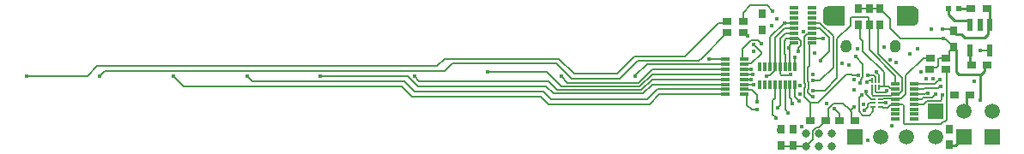
<source format=gbl>
G04*
G04 #@! TF.GenerationSoftware,Altium Limited,Altium Designer,20.2.4 (192)*
G04*
G04 Layer_Physical_Order=4*
G04 Layer_Color=16711680*
%FSLAX25Y25*%
%MOIN*%
G70*
G04*
G04 #@! TF.SameCoordinates,E28A416E-137A-4DA4-96E8-27F400694B22*
G04*
G04*
G04 #@! TF.FilePolarity,Positive*
G04*
G01*
G75*
%ADD12C,0.01000*%
%ADD13C,0.00600*%
%ADD16C,0.00800*%
%ADD19R,0.03150X0.03300*%
%ADD37R,0.03300X0.03150*%
%ADD64C,0.03150*%
%ADD69C,0.00700*%
%ADD70O,0.03740X0.07480*%
%ADD71C,0.04134*%
%ADD72C,0.05906*%
%ADD73R,0.05906X0.05906*%
%ADD74R,0.05906X0.05906*%
%ADD75C,0.01575*%
G04:AMPARAMS|DCode=76|XSize=35.04mil|YSize=11.42mil|CornerRadius=2.85mil|HoleSize=0mil|Usage=FLASHONLY|Rotation=90.000|XOffset=0mil|YOffset=0mil|HoleType=Round|Shape=RoundedRectangle|*
%AMROUNDEDRECTD76*
21,1,0.03504,0.00571,0,0,90.0*
21,1,0.02933,0.01142,0,0,90.0*
1,1,0.00571,0.00285,0.01467*
1,1,0.00571,0.00285,-0.01467*
1,1,0.00571,-0.00285,-0.01467*
1,1,0.00571,-0.00285,0.01467*
%
%ADD76ROUNDEDRECTD76*%
G04:AMPARAMS|DCode=77|XSize=35.04mil|YSize=11.42mil|CornerRadius=2.85mil|HoleSize=0mil|Usage=FLASHONLY|Rotation=180.000|XOffset=0mil|YOffset=0mil|HoleType=Round|Shape=RoundedRectangle|*
%AMROUNDEDRECTD77*
21,1,0.03504,0.00571,0,0,180.0*
21,1,0.02933,0.01142,0,0,180.0*
1,1,0.00571,-0.01467,0.00285*
1,1,0.00571,0.01467,0.00285*
1,1,0.00571,0.01467,-0.00285*
1,1,0.00571,-0.01467,-0.00285*
%
%ADD77ROUNDEDRECTD77*%
G04:AMPARAMS|DCode=78|XSize=20.47mil|YSize=7.48mil|CornerRadius=0.67mil|HoleSize=0mil|Usage=FLASHONLY|Rotation=0.000|XOffset=0mil|YOffset=0mil|HoleType=Round|Shape=RoundedRectangle|*
%AMROUNDEDRECTD78*
21,1,0.02047,0.00613,0,0,0.0*
21,1,0.01913,0.00748,0,0,0.0*
1,1,0.00135,0.00956,-0.00307*
1,1,0.00135,-0.00956,-0.00307*
1,1,0.00135,-0.00956,0.00307*
1,1,0.00135,0.00956,0.00307*
%
%ADD78ROUNDEDRECTD78*%
G04:AMPARAMS|DCode=79|XSize=22.44mil|YSize=7.48mil|CornerRadius=0.67mil|HoleSize=0mil|Usage=FLASHONLY|Rotation=0.000|XOffset=0mil|YOffset=0mil|HoleType=Round|Shape=RoundedRectangle|*
%AMROUNDEDRECTD79*
21,1,0.02244,0.00613,0,0,0.0*
21,1,0.02109,0.00748,0,0,0.0*
1,1,0.00135,0.01055,-0.00307*
1,1,0.00135,-0.01055,-0.00307*
1,1,0.00135,-0.01055,0.00307*
1,1,0.00135,0.01055,0.00307*
%
%ADD79ROUNDEDRECTD79*%
G04:AMPARAMS|DCode=80|XSize=47.64mil|YSize=22.84mil|CornerRadius=2.85mil|HoleSize=0mil|Usage=FLASHONLY|Rotation=270.000|XOffset=0mil|YOffset=0mil|HoleType=Round|Shape=RoundedRectangle|*
%AMROUNDEDRECTD80*
21,1,0.04764,0.01713,0,0,270.0*
21,1,0.04193,0.02284,0,0,270.0*
1,1,0.00571,-0.00856,-0.02097*
1,1,0.00571,-0.00856,0.02097*
1,1,0.00571,0.00856,0.02097*
1,1,0.00571,0.00856,-0.02097*
%
%ADD80ROUNDEDRECTD80*%
%ADD81R,0.02362X0.01968*%
G04:AMPARAMS|DCode=82|XSize=20.47mil|YSize=7.48mil|CornerRadius=0.67mil|HoleSize=0mil|Usage=FLASHONLY|Rotation=270.000|XOffset=0mil|YOffset=0mil|HoleType=Round|Shape=RoundedRectangle|*
%AMROUNDEDRECTD82*
21,1,0.02047,0.00613,0,0,270.0*
21,1,0.01913,0.00748,0,0,270.0*
1,1,0.00135,-0.00307,-0.00956*
1,1,0.00135,-0.00307,0.00956*
1,1,0.00135,0.00307,0.00956*
1,1,0.00135,0.00307,-0.00956*
%
%ADD82ROUNDEDRECTD82*%
G04:AMPARAMS|DCode=83|XSize=22.44mil|YSize=7.48mil|CornerRadius=0.67mil|HoleSize=0mil|Usage=FLASHONLY|Rotation=270.000|XOffset=0mil|YOffset=0mil|HoleType=Round|Shape=RoundedRectangle|*
%AMROUNDEDRECTD83*
21,1,0.02244,0.00613,0,0,270.0*
21,1,0.02109,0.00748,0,0,270.0*
1,1,0.00135,-0.00307,-0.01055*
1,1,0.00135,-0.00307,0.01055*
1,1,0.00135,0.00307,0.01055*
1,1,0.00135,0.00307,-0.01055*
%
%ADD83ROUNDEDRECTD83*%
G36*
X331265Y43695D02*
X331372Y43684D01*
X331479Y43667D01*
X331585Y43644D01*
X331690Y43616D01*
X331793Y43583D01*
X331894Y43544D01*
X331993Y43500D01*
X332089Y43451D01*
X332183Y43397D01*
X332274Y43338D01*
X332361Y43274D01*
X332445Y43206D01*
X332526Y43134D01*
X332602Y43057D01*
X332675Y42977D01*
X332743Y42893D01*
X332806Y42805D01*
X332865Y42714D01*
X332920Y42621D01*
X332969Y42524D01*
X333013Y42425D01*
X333051Y42324D01*
X333085Y42221D01*
X333113Y42116D01*
X333135Y42011D01*
X333152Y41904D01*
X333164Y41796D01*
X333169Y41688D01*
Y41634D01*
Y40846D01*
Y40792D01*
X333164Y40684D01*
X333152Y40577D01*
X333135Y40470D01*
X333113Y40364D01*
X333085Y40259D01*
X333051Y40156D01*
X333013Y40055D01*
X332969Y39956D01*
X332920Y39860D01*
X332865Y39766D01*
X332806Y39675D01*
X332743Y39588D01*
X332675Y39504D01*
X332602Y39423D01*
X332526Y39347D01*
X332445Y39274D01*
X332361Y39206D01*
X332274Y39143D01*
X332183Y39083D01*
X332089Y39029D01*
X331993Y38980D01*
X331894Y38936D01*
X331793Y38897D01*
X331690Y38864D01*
X331585Y38836D01*
X331479Y38813D01*
X331372Y38796D01*
X331265Y38785D01*
X331156Y38780D01*
X331048D01*
X330940Y38785D01*
X330833Y38796D01*
X330726Y38813D01*
X330620Y38836D01*
X330515Y38864D01*
X330412Y38897D01*
X330311Y38936D01*
X330212Y38980D01*
X330116Y39029D01*
X330022Y39083D01*
X329931Y39142D01*
X329844Y39206D01*
X329760Y39274D01*
X329679Y39347D01*
X329603Y39423D01*
X329530Y39504D01*
X329462Y39588D01*
X329398Y39675D01*
X329339Y39766D01*
X329285Y39860D01*
X329236Y39956D01*
X329192Y40055D01*
X329153Y40156D01*
X329120Y40259D01*
X329092Y40364D01*
X329069Y40470D01*
X329052Y40577D01*
X329041Y40684D01*
X329035Y40792D01*
Y40846D01*
Y41634D01*
Y41688D01*
X329041Y41796D01*
X329052Y41904D01*
X329069Y42011D01*
X329092Y42116D01*
X329120Y42221D01*
X329153Y42324D01*
X329192Y42425D01*
X329236Y42524D01*
X329285Y42620D01*
X329339Y42714D01*
X329398Y42805D01*
X329462Y42893D01*
X329530Y42977D01*
X329603Y43057D01*
X329679Y43134D01*
X329760Y43206D01*
X329844Y43274D01*
X329931Y43338D01*
X330022Y43397D01*
X330116Y43451D01*
X330212Y43500D01*
X330311Y43544D01*
X330412Y43583D01*
X330515Y43616D01*
X330620Y43644D01*
X330726Y43667D01*
X330833Y43684D01*
X330940Y43695D01*
X331048Y43701D01*
X331156D01*
X331265Y43695D01*
D02*
G37*
G36*
X330413Y53051D02*
Y49311D01*
X324063D01*
X323960Y49316D01*
X323857Y49327D01*
X323755Y49343D01*
X323655Y49365D01*
X323555Y49391D01*
X323457Y49423D01*
X323361Y49460D01*
X323266Y49502D01*
X323175Y49549D01*
X323085Y49600D01*
X322999Y49657D01*
X322915Y49717D01*
X322835Y49782D01*
X322759Y49851D01*
X322686Y49924D01*
X322617Y50001D01*
X322552Y50081D01*
X322491Y50164D01*
X322435Y50251D01*
X322384Y50340D01*
X322337Y50432D01*
X322295Y50526D01*
X322258Y50622D01*
X322226Y50720D01*
X322199Y50820D01*
X322178Y50921D01*
X322162Y51022D01*
X322151Y51125D01*
X322146Y51228D01*
Y51279D01*
Y53051D01*
Y54823D01*
Y54874D01*
X322151Y54977D01*
X322162Y55080D01*
X322178Y55182D01*
X322199Y55282D01*
X322226Y55382D01*
X322258Y55480D01*
X322295Y55576D01*
X322337Y55671D01*
X322384Y55762D01*
X322435Y55852D01*
X322491Y55938D01*
X322552Y56022D01*
X322617Y56102D01*
X322686Y56178D01*
X322759Y56251D01*
X322835Y56320D01*
X322915Y56385D01*
X322999Y56446D01*
X323085Y56502D01*
X323175Y56553D01*
X323266Y56600D01*
X323361Y56642D01*
X323457Y56679D01*
X323555Y56711D01*
X323655Y56738D01*
X323755Y56759D01*
X323857Y56775D01*
X323960Y56786D01*
X324063Y56791D01*
X330413D01*
Y53051D01*
D02*
G37*
G36*
X350359Y43695D02*
X350467Y43684D01*
X350574Y43667D01*
X350679Y43644D01*
X350784Y43616D01*
X350887Y43583D01*
X350988Y43544D01*
X351087Y43500D01*
X351183Y43451D01*
X351277Y43397D01*
X351368Y43338D01*
X351455Y43274D01*
X351540Y43206D01*
X351620Y43134D01*
X351697Y43057D01*
X351769Y42977D01*
X351837Y42893D01*
X351901Y42805D01*
X351960Y42714D01*
X352014Y42621D01*
X352063Y42524D01*
X352107Y42425D01*
X352146Y42324D01*
X352179Y42221D01*
X352207Y42116D01*
X352230Y42011D01*
X352247Y41904D01*
X352258Y41796D01*
X352264Y41688D01*
Y41634D01*
Y40846D01*
Y40792D01*
X352258Y40684D01*
X352247Y40577D01*
X352230Y40470D01*
X352207Y40364D01*
X352179Y40259D01*
X352146Y40156D01*
X352107Y40055D01*
X352063Y39956D01*
X352014Y39860D01*
X351960Y39766D01*
X351901Y39675D01*
X351837Y39588D01*
X351769Y39504D01*
X351697Y39423D01*
X351620Y39347D01*
X351540Y39274D01*
X351455Y39206D01*
X351368Y39143D01*
X351277Y39083D01*
X351184Y39029D01*
X351087Y38980D01*
X350988Y38936D01*
X350887Y38897D01*
X350784Y38864D01*
X350679Y38836D01*
X350574Y38813D01*
X350467Y38796D01*
X350359Y38785D01*
X350251Y38780D01*
X350143D01*
X350035Y38785D01*
X349927Y38796D01*
X349820Y38813D01*
X349714Y38836D01*
X349610Y38864D01*
X349507Y38897D01*
X349406Y38936D01*
X349307Y38980D01*
X349210Y39029D01*
X349116Y39083D01*
X349026Y39142D01*
X348938Y39206D01*
X348854Y39274D01*
X348774Y39347D01*
X348697Y39423D01*
X348625Y39504D01*
X348556Y39588D01*
X348493Y39675D01*
X348434Y39766D01*
X348380Y39860D01*
X348331Y39956D01*
X348287Y40055D01*
X348248Y40156D01*
X348214Y40259D01*
X348186Y40364D01*
X348164Y40470D01*
X348147Y40577D01*
X348136Y40684D01*
X348130Y40792D01*
Y40846D01*
Y41634D01*
Y41688D01*
X348136Y41796D01*
X348147Y41904D01*
X348164Y42011D01*
X348186Y42116D01*
X348214Y42221D01*
X348248Y42324D01*
X348287Y42425D01*
X348331Y42524D01*
X348380Y42620D01*
X348434Y42714D01*
X348493Y42805D01*
X348556Y42893D01*
X348625Y42977D01*
X348697Y43057D01*
X348774Y43134D01*
X348854Y43206D01*
X348938Y43274D01*
X349026Y43338D01*
X349116Y43397D01*
X349210Y43451D01*
X349307Y43500D01*
X349406Y43544D01*
X349507Y43583D01*
X349610Y43616D01*
X349714Y43644D01*
X349820Y43667D01*
X349927Y43684D01*
X350035Y43695D01*
X350143Y43701D01*
X350251D01*
X350359Y43695D01*
D02*
G37*
G36*
X357340Y56786D02*
X357442Y56775D01*
X357544Y56759D01*
X357645Y56738D01*
X357744Y56711D01*
X357842Y56679D01*
X357939Y56642D01*
X358033Y56600D01*
X358125Y56553D01*
X358214Y56502D01*
X358300Y56446D01*
X358384Y56385D01*
X358464Y56320D01*
X358541Y56251D01*
X358613Y56178D01*
X358682Y56102D01*
X358747Y56022D01*
X358808Y55938D01*
X358864Y55852D01*
X358916Y55762D01*
X358962Y55671D01*
X359004Y55576D01*
X359041Y55480D01*
X359073Y55382D01*
X359100Y55282D01*
X359121Y55182D01*
X359137Y55080D01*
X359148Y54977D01*
X359154Y54874D01*
Y54823D01*
Y53051D01*
Y51279D01*
Y51228D01*
X359148Y51125D01*
X359137Y51022D01*
X359121Y50921D01*
X359100Y50820D01*
X359073Y50720D01*
X359041Y50622D01*
X359004Y50526D01*
X358962Y50432D01*
X358916Y50340D01*
X358864Y50251D01*
X358808Y50164D01*
X358747Y50081D01*
X358682Y50001D01*
X358613Y49924D01*
X358541Y49851D01*
X358464Y49782D01*
X358384Y49717D01*
X358300Y49657D01*
X358214Y49600D01*
X358125Y49549D01*
X358033Y49502D01*
X357939Y49460D01*
X357842Y49423D01*
X357744Y49391D01*
X357645Y49365D01*
X357544Y49343D01*
X357442Y49327D01*
X357340Y49316D01*
X357237Y49311D01*
X350886D01*
Y53051D01*
Y56791D01*
X357237D01*
X357340Y56786D01*
D02*
G37*
%LPC*%
G36*
X331136Y42913D02*
X331069D01*
X331002Y42910D01*
X330935Y42903D01*
X330869Y42892D01*
X330804Y42878D01*
X330739Y42861D01*
X330675Y42840D01*
X330613Y42816D01*
X330551Y42789D01*
X330492Y42759D01*
X330434Y42725D01*
X330377Y42689D01*
X330323Y42649D01*
X330271Y42607D01*
X330221Y42562D01*
X330174Y42515D01*
X330129Y42465D01*
X330087Y42413D01*
X330047Y42359D01*
X330011Y42303D01*
X329977Y42245D01*
X329947Y42185D01*
X329920Y42124D01*
X329896Y42061D01*
X329875Y41997D01*
X329858Y41933D01*
X329844Y41867D01*
X329833Y41801D01*
X329826Y41734D01*
X329823Y41667D01*
Y41634D01*
Y40846D01*
Y40813D01*
X329826Y40746D01*
X329833Y40679D01*
X329844Y40613D01*
X329858Y40548D01*
X329875Y40483D01*
X329896Y40419D01*
X329920Y40357D01*
X329947Y40295D01*
X329977Y40236D01*
X330011Y40178D01*
X330047Y40121D01*
X330087Y40067D01*
X330129Y40015D01*
X330174Y39965D01*
X330221Y39918D01*
X330271Y39873D01*
X330323Y39831D01*
X330377Y39792D01*
X330434Y39755D01*
X330492Y39722D01*
X330551Y39691D01*
X330612Y39664D01*
X330675Y39640D01*
X330739Y39619D01*
X330803Y39602D01*
X330869Y39588D01*
X330935Y39577D01*
X331002Y39570D01*
X331069Y39567D01*
X331136D01*
X331203Y39570D01*
X331269Y39577D01*
X331336Y39588D01*
X331401Y39602D01*
X331466Y39619D01*
X331530Y39640D01*
X331592Y39664D01*
X331653Y39691D01*
X331713Y39722D01*
X331771Y39755D01*
X331827Y39792D01*
X331881Y39831D01*
X331934Y39873D01*
X331983Y39918D01*
X332031Y39965D01*
X332076Y40015D01*
X332118Y40067D01*
X332157Y40121D01*
X332194Y40178D01*
X332227Y40236D01*
X332258Y40295D01*
X332285Y40357D01*
X332309Y40419D01*
X332330Y40483D01*
X332347Y40548D01*
X332361Y40613D01*
X332371Y40679D01*
X332378Y40746D01*
X332382Y40813D01*
Y40846D01*
Y41634D01*
Y41667D01*
X332378Y41734D01*
X332371Y41801D01*
X332361Y41867D01*
X332347Y41933D01*
X332330Y41997D01*
X332309Y42061D01*
X332285Y42124D01*
X332258Y42185D01*
X332227Y42245D01*
X332194Y42303D01*
X332157Y42359D01*
X332118Y42413D01*
X332076Y42465D01*
X332031Y42515D01*
X331983Y42562D01*
X331934Y42607D01*
X331882Y42649D01*
X331827Y42689D01*
X331771Y42725D01*
X331713Y42759D01*
X331653Y42789D01*
X331592Y42816D01*
X331530Y42840D01*
X331466Y42861D01*
X331401Y42878D01*
X331336Y42892D01*
X331270Y42903D01*
X331203Y42910D01*
X331136Y42913D01*
D02*
G37*
G36*
X327295Y56004D02*
X326347D01*
X326285Y56001D01*
X326224Y55994D01*
X326163Y55985D01*
X326102Y55972D01*
X326042Y55956D01*
X325984Y55937D01*
X325926Y55914D01*
X325869Y55889D01*
X325814Y55861D01*
X325761Y55830D01*
X325709Y55796D01*
X325659Y55760D01*
X325611Y55721D01*
X325565Y55680D01*
X325521Y55636D01*
X325480Y55590D01*
X325441Y55542D01*
X325404Y55492D01*
X325371Y55440D01*
X325340Y55387D01*
X325311Y55331D01*
X325286Y55275D01*
X325264Y55217D01*
X325245Y55158D01*
X325229Y55099D01*
X325216Y55038D01*
X325206Y54977D01*
X325200Y54915D01*
X325197Y54854D01*
Y54823D01*
Y53051D01*
Y51181D01*
Y51153D01*
X325200Y51096D01*
X325206Y51040D01*
X325215Y50984D01*
X325226Y50928D01*
X325241Y50874D01*
X325259Y50820D01*
X325279Y50767D01*
X325302Y50715D01*
X325328Y50664D01*
X325356Y50615D01*
X325387Y50568D01*
X325420Y50522D01*
X325456Y50478D01*
X325494Y50436D01*
X325534Y50396D01*
X325576Y50358D01*
X325620Y50322D01*
X325666Y50288D01*
X325714Y50258D01*
X325763Y50229D01*
X325813Y50204D01*
X325865Y50181D01*
X325918Y50160D01*
X325972Y50143D01*
X326027Y50128D01*
X326082Y50116D01*
X326138Y50107D01*
X326195Y50101D01*
X326251Y50098D01*
X327295D01*
X327357Y50102D01*
X327418Y50108D01*
X327479Y50118D01*
X327540Y50131D01*
X327599Y50147D01*
X327658Y50166D01*
X327716Y50188D01*
X327772Y50213D01*
X327828Y50241D01*
X327881Y50272D01*
X327933Y50306D01*
X327983Y50342D01*
X328031Y50381D01*
X328077Y50423D01*
X328121Y50466D01*
X328162Y50512D01*
X328201Y50560D01*
X328238Y50610D01*
X328271Y50662D01*
X328302Y50716D01*
X328330Y50771D01*
X328355Y50827D01*
X328378Y50885D01*
X328397Y50944D01*
X328413Y51004D01*
X328426Y51064D01*
X328435Y51125D01*
X328442Y51187D01*
X328445Y51249D01*
Y51279D01*
Y53051D01*
Y54823D01*
Y54854D01*
X328442Y54915D01*
X328435Y54977D01*
X328426Y55038D01*
X328413Y55099D01*
X328397Y55158D01*
X328378Y55217D01*
X328355Y55275D01*
X328330Y55331D01*
X328302Y55387D01*
X328271Y55440D01*
X328238Y55492D01*
X328201Y55542D01*
X328162Y55590D01*
X328121Y55636D01*
X328077Y55680D01*
X328031Y55721D01*
X327983Y55760D01*
X327933Y55797D01*
X327881Y55830D01*
X327828Y55861D01*
X327772Y55889D01*
X327716Y55914D01*
X327658Y55937D01*
X327599Y55956D01*
X327540Y55972D01*
X327479Y55985D01*
X327418Y55994D01*
X327357Y56001D01*
X327295Y56004D01*
D02*
G37*
G36*
X350230Y42913D02*
X350163D01*
X350096Y42910D01*
X350030Y42903D01*
X349964Y42892D01*
X349898Y42878D01*
X349833Y42861D01*
X349770Y42840D01*
X349707Y42816D01*
X349646Y42789D01*
X349586Y42759D01*
X349528Y42725D01*
X349472Y42689D01*
X349418Y42649D01*
X349366Y42607D01*
X349316Y42562D01*
X349268Y42515D01*
X349223Y42465D01*
X349181Y42413D01*
X349142Y42359D01*
X349106Y42303D01*
X349072Y42245D01*
X349042Y42185D01*
X349014Y42124D01*
X348990Y42061D01*
X348970Y41997D01*
X348952Y41933D01*
X348938Y41867D01*
X348928Y41801D01*
X348921Y41734D01*
X348917Y41667D01*
Y41634D01*
Y40846D01*
Y40813D01*
X348921Y40746D01*
X348928Y40679D01*
X348938Y40613D01*
X348952Y40548D01*
X348970Y40483D01*
X348990Y40419D01*
X349014Y40357D01*
X349042Y40295D01*
X349072Y40236D01*
X349106Y40178D01*
X349142Y40121D01*
X349181Y40067D01*
X349223Y40015D01*
X349268Y39965D01*
X349316Y39918D01*
X349366Y39873D01*
X349418Y39831D01*
X349472Y39792D01*
X349528Y39755D01*
X349586Y39722D01*
X349646Y39691D01*
X349707Y39664D01*
X349770Y39640D01*
X349833Y39619D01*
X349898Y39602D01*
X349964Y39588D01*
X350030Y39577D01*
X350096Y39570D01*
X350163Y39567D01*
X350230D01*
X350297Y39570D01*
X350364Y39577D01*
X350430Y39588D01*
X350496Y39602D01*
X350560Y39619D01*
X350624Y39640D01*
X350687Y39664D01*
X350748Y39691D01*
X350808Y39722D01*
X350866Y39755D01*
X350922Y39792D01*
X350976Y39831D01*
X351028Y39873D01*
X351078Y39918D01*
X351125Y39965D01*
X351170Y40015D01*
X351212Y40067D01*
X351252Y40121D01*
X351288Y40178D01*
X351322Y40236D01*
X351352Y40295D01*
X351379Y40357D01*
X351403Y40419D01*
X351424Y40483D01*
X351442Y40548D01*
X351455Y40613D01*
X351466Y40679D01*
X351473Y40746D01*
X351476Y40813D01*
Y40846D01*
Y41634D01*
Y41667D01*
X351473Y41734D01*
X351466Y41801D01*
X351455Y41867D01*
X351442Y41933D01*
X351424Y41997D01*
X351403Y42061D01*
X351379Y42124D01*
X351352Y42185D01*
X351322Y42245D01*
X351288Y42303D01*
X351252Y42359D01*
X351212Y42413D01*
X351170Y42465D01*
X351125Y42515D01*
X351078Y42562D01*
X351028Y42607D01*
X350976Y42649D01*
X350922Y42689D01*
X350866Y42725D01*
X350808Y42759D01*
X350748Y42789D01*
X350687Y42816D01*
X350624Y42840D01*
X350560Y42861D01*
X350496Y42878D01*
X350430Y42892D01*
X350364Y42903D01*
X350297Y42910D01*
X350230Y42913D01*
D02*
G37*
G36*
X355048Y56004D02*
X354005D01*
X353943Y56001D01*
X353881Y55994D01*
X353820Y55985D01*
X353760Y55972D01*
X353700Y55956D01*
X353641Y55937D01*
X353583Y55914D01*
X353527Y55889D01*
X353472Y55861D01*
X353418Y55830D01*
X353366Y55797D01*
X353316Y55760D01*
X353268Y55721D01*
X353222Y55680D01*
X353178Y55636D01*
X353137Y55590D01*
X353098Y55542D01*
X353062Y55492D01*
X353028Y55440D01*
X352997Y55387D01*
X352969Y55331D01*
X352944Y55275D01*
X352922Y55217D01*
X352903Y55158D01*
X352887Y55099D01*
X352874Y55038D01*
X352864Y54977D01*
X352858Y54915D01*
X352854Y54854D01*
Y54823D01*
Y53051D01*
Y51279D01*
Y51249D01*
X352858Y51187D01*
X352864Y51125D01*
X352874Y51064D01*
X352887Y51004D01*
X352903Y50944D01*
X352922Y50885D01*
X352944Y50827D01*
X352969Y50771D01*
X352997Y50716D01*
X353028Y50662D01*
X353062Y50610D01*
X353098Y50560D01*
X353137Y50512D01*
X353178Y50466D01*
X353222Y50423D01*
X353268Y50381D01*
X353316Y50342D01*
X353366Y50306D01*
X353418Y50272D01*
X353472Y50241D01*
X353527Y50213D01*
X353583Y50188D01*
X353641Y50166D01*
X353700Y50147D01*
X353760Y50131D01*
X353820Y50118D01*
X353881Y50108D01*
X353943Y50102D01*
X354005Y50098D01*
X354952D01*
X355014Y50102D01*
X355076Y50108D01*
X355137Y50118D01*
X355197Y50131D01*
X355257Y50147D01*
X355316Y50166D01*
X355373Y50188D01*
X355430Y50213D01*
X355485Y50241D01*
X355539Y50272D01*
X355591Y50306D01*
X355641Y50342D01*
X355689Y50381D01*
X355735Y50423D01*
X355778Y50466D01*
X355820Y50512D01*
X355859Y50560D01*
X355895Y50610D01*
X355929Y50662D01*
X355960Y50716D01*
X355988Y50771D01*
X356013Y50827D01*
X356035Y50885D01*
X356054Y50944D01*
X356070Y51004D01*
X356083Y51064D01*
X356093Y51125D01*
X356099Y51187D01*
X356102Y51249D01*
Y51279D01*
Y53051D01*
Y54921D01*
Y54950D01*
X356099Y55006D01*
X356094Y55063D01*
X356085Y55119D01*
X356073Y55174D01*
X356058Y55229D01*
X356041Y55283D01*
X356020Y55336D01*
X355997Y55388D01*
X355972Y55438D01*
X355943Y55487D01*
X355912Y55535D01*
X355879Y55581D01*
X355843Y55625D01*
X355805Y55667D01*
X355765Y55707D01*
X355723Y55745D01*
X355679Y55781D01*
X355633Y55814D01*
X355586Y55845D01*
X355537Y55873D01*
X355486Y55899D01*
X355434Y55922D01*
X355381Y55942D01*
X355327Y55960D01*
X355273Y55974D01*
X355217Y55986D01*
X355161Y55995D01*
X355105Y56001D01*
X355048Y56004D01*
D02*
G37*
%LPD*%
D12*
X384824Y31675D02*
Y32783D01*
X383563Y30413D02*
X384824Y31675D01*
X383067Y30413D02*
X383528D01*
X374705D02*
X383067D01*
Y20106D02*
Y30413D01*
X383528D02*
X383563D01*
X372835Y40994D02*
X373909Y39919D01*
X377780Y21726D02*
X378789Y22736D01*
X377780Y15905D02*
Y21726D01*
X370575Y2648D02*
X373474D01*
X376575Y5748D01*
X373909Y31209D02*
Y39919D01*
Y31209D02*
X374705Y30413D01*
X379331Y34301D02*
Y39646D01*
Y34301D02*
X379774Y33858D01*
X374705Y56004D02*
X379675D01*
X370768Y53543D02*
Y56004D01*
X379331Y49528D02*
Y50482D01*
X378689Y51124D02*
X379331Y50482D01*
X373187Y51124D02*
X378689D01*
X370768Y53543D02*
X373187Y51124D01*
X372835Y47120D02*
Y47195D01*
Y47120D02*
X373909Y46045D01*
X375707D01*
X377264Y44488D01*
X384744D01*
X386169Y45913D01*
Y48886D02*
X386811Y49528D01*
X386169Y45913D02*
Y48886D01*
X386811Y49528D02*
Y55069D01*
X385876Y56004D02*
X386811Y55069D01*
D13*
X346834Y23633D02*
Y23769D01*
X341516Y22082D02*
X348419D01*
X345565Y20882D02*
X350066D01*
X348419Y22082D02*
X348703Y22366D01*
X350009D01*
X350550Y22908D01*
X352010D01*
X341041Y22557D02*
X341516Y22082D01*
X341041Y22557D02*
Y25205D01*
X346483Y23282D02*
X346834Y23633D01*
X342929Y23282D02*
X346483D01*
X342553Y23657D02*
X342929Y23282D01*
X345166Y20483D02*
X345565Y20882D01*
X344418Y20483D02*
X345166D01*
X338804Y23627D02*
X338920Y23511D01*
Y22557D02*
X340919Y20558D01*
X338920Y22557D02*
Y23511D01*
X336092Y21093D02*
X337179Y22180D01*
X336092Y15807D02*
Y21093D01*
X337179Y22180D02*
Y22180D01*
X336092Y15807D02*
X337481Y14418D01*
X340115D01*
X341642Y15945D01*
X343504Y38267D02*
Y48930D01*
X352931Y23829D02*
Y28840D01*
X343504Y38267D02*
X352931Y28840D01*
X343504Y48930D02*
X344280Y49705D01*
X366941Y25005D02*
X367641Y25706D01*
X367779D01*
X338066Y16219D02*
X338233D01*
X339619Y17605D01*
X368355Y22081D02*
X368392Y22118D01*
X368355Y20443D02*
Y22081D01*
X367711Y19799D02*
X368355Y20443D01*
X370079Y22992D02*
Y32006D01*
X361652Y25005D02*
X366941D01*
X370079Y22992D02*
X370167Y22904D01*
X361601Y22637D02*
X361771Y22806D01*
X362606D01*
X357484Y22637D02*
X361601D01*
X362606Y22806D02*
X362792Y22993D01*
X361252Y24606D02*
X361652Y25005D01*
X360970Y21199D02*
X364573D01*
X365880Y22505D01*
X370167Y12461D02*
Y22904D01*
X369611Y11906D02*
X370167Y12461D01*
X341809Y30003D02*
X342406Y29407D01*
Y28154D02*
X342479Y28080D01*
X342406Y28154D02*
Y29407D01*
X339414Y30003D02*
X341809D01*
X315571Y2397D02*
X318096Y4922D01*
Y8289D01*
X319546Y9739D01*
X320638D01*
X323205Y12306D01*
X323280D01*
X339179Y27305D02*
X339207D01*
X339981Y28080D01*
X366946Y28072D02*
X367620D01*
X367663Y28114D01*
X365448Y26574D02*
X366946Y28072D01*
X357484Y26574D02*
X365448D01*
X357484Y24606D02*
X361252D01*
X342881Y31152D02*
X343328Y30705D01*
X342881Y31152D02*
Y31317D01*
X368803Y11894D02*
X369115D01*
X354031Y10847D02*
X367756D01*
X368803Y11894D01*
X353679Y11198D02*
Y18078D01*
Y11198D02*
X354031Y10847D01*
X350550Y18429D02*
X353328D01*
X353679Y18078D01*
X350279Y18700D02*
X350550Y18429D01*
X369127Y11906D02*
X369611D01*
X369880Y32206D02*
X370079Y32006D01*
X369115Y11894D02*
X369127Y11906D01*
X361080Y36705D02*
X363779D01*
X354232Y29858D02*
X361080Y36705D01*
X354232Y22558D02*
Y29858D01*
X352513Y20839D02*
X354232Y22558D01*
X350279Y20669D02*
X350450Y20839D01*
X352513D01*
X352010Y22908D02*
X352931Y23829D01*
X343853Y28084D02*
X343858Y28080D01*
X343328Y30705D02*
X343853Y30180D01*
Y28084D02*
Y30180D01*
X362381Y19799D02*
X367711D01*
X360439Y20669D02*
X360970Y21199D01*
X357484Y18700D02*
X361282D01*
X357484Y20669D02*
X360439D01*
X361282Y18700D02*
X362381Y19799D01*
X341642Y15945D02*
Y17728D01*
X339619Y18476D02*
X340244Y19102D01*
X339619Y17605D02*
Y18476D01*
X339981Y28080D02*
X341102D01*
X345166Y17728D02*
X345588Y17305D01*
X347280D02*
X348403Y18429D01*
X345588Y17305D02*
X347280D01*
X344516Y17728D02*
X345166D01*
X349003Y18429D02*
X349279Y18706D01*
X348403Y18429D02*
X349003D01*
X346556Y19105D02*
X346645Y19195D01*
X345280Y19105D02*
X346556D01*
X350066Y20882D02*
X350279Y20669D01*
X342553Y23657D02*
Y25131D01*
X342479Y25205D02*
X342553Y25131D01*
X341568Y20558D02*
X341642Y20483D01*
X340919Y20558D02*
X341568D01*
X341639Y19102D02*
X341642Y19105D01*
X340244Y19102D02*
X341639D01*
D16*
X309000Y40600D02*
X309148Y40748D01*
X309594Y42437D02*
X310775D01*
X309423Y42266D02*
X309594Y42437D01*
X309423Y42072D02*
Y42266D01*
X309148Y41798D02*
X309423Y42072D01*
X309148Y40748D02*
Y41798D01*
X309000Y40600D02*
X309343D01*
X309348Y40606D01*
Y33406D02*
Y40606D01*
X291650Y34450D02*
X294331D01*
X298202Y38321D01*
X295280Y41906D02*
X298202Y38984D01*
Y38321D02*
Y38984D01*
X291479Y34280D02*
X291650Y34450D01*
X384812Y32696D02*
X385974Y33858D01*
X384812Y31698D02*
Y32696D01*
X384807Y31692D02*
X384812Y31698D01*
X337627Y29218D02*
Y34386D01*
X334711Y37302D02*
X337627Y34386D01*
X321200Y35936D02*
X324679Y39415D01*
X321200Y35600D02*
Y35936D01*
X312852Y19893D02*
Y19921D01*
X317903Y21680D02*
X318076D01*
X326105Y19005D02*
X329879D01*
X324092Y16993D02*
X326105Y19005D01*
X324092Y13118D02*
Y16993D01*
X326472Y16845D02*
X326540D01*
X308684Y15280D02*
Y15412D01*
X309348Y21193D02*
Y26201D01*
X340079Y39853D02*
X350279Y29653D01*
X340079Y39853D02*
Y49705D01*
X350279Y26574D02*
Y29653D01*
X36417Y29528D02*
X40354Y33465D01*
X172244D01*
X175197Y36417D01*
X219488D02*
X225394Y30512D01*
X175197Y36417D02*
X219488D01*
X225394Y30512D02*
X242126D01*
X249016Y37402D01*
X268701D01*
X281496Y50197D01*
X284171D02*
X284979Y51006D01*
X281496Y50197D02*
X284171D01*
X178150Y34449D02*
X218504D01*
X175197Y31496D02*
X178150Y34449D01*
X43307Y31496D02*
X175197D01*
X218504Y34449D02*
X224409Y28543D01*
X12795Y29528D02*
X36417D01*
X69882D02*
X73819Y25591D01*
X98425Y29528D02*
X100394Y27559D01*
X41339Y29528D02*
X43307Y31496D01*
X224409Y28543D02*
X243110D01*
X249295Y29709D02*
Y29807D01*
X273868Y35680D02*
X274606Y36417D01*
X250247Y35680D02*
X273868D01*
X243110Y28543D02*
X250247Y35680D01*
X253768Y34280D02*
X284275D01*
X249295Y29807D02*
X253768Y34280D01*
X284904Y46505D02*
X284979D01*
X274816Y36417D02*
X284904Y46505D01*
X274606Y36417D02*
X274816D01*
X73819Y25591D02*
X158465D01*
X100394Y27559D02*
X159449D01*
X163386Y23622D01*
X160858Y29528D02*
X164795Y25591D01*
X165354Y27559D02*
X215551D01*
X163386Y29528D02*
X165354Y27559D01*
X158465Y25591D02*
X162402Y21654D01*
X163386Y23622D02*
X213583D01*
X164795Y25591D02*
X214567D01*
X162402Y21654D02*
X212598D01*
X215551Y18701D02*
X254921D01*
X212598Y21654D02*
X215551Y18701D01*
X213583Y23622D02*
X216535Y20669D01*
X253937D01*
X258689Y22468D02*
X284275D01*
X254921Y18701D02*
X258689Y22468D01*
X214567Y25591D02*
X217373Y22785D01*
X252150D01*
X257705Y24437D02*
X284275D01*
X253937Y20669D02*
X257705Y24437D01*
X126969Y29528D02*
X160858D01*
X214748Y31315D02*
X220478Y25585D01*
X191929Y31315D02*
X214748D01*
X215551Y27559D02*
X218925Y24185D01*
X255770Y26406D02*
X284275D01*
X252150Y22785D02*
X255770Y26406D01*
X218925Y24185D02*
X251570D01*
X255759Y28374D02*
X284275D01*
X251570Y24185D02*
X255759Y28374D01*
X220472Y29528D02*
X223015Y26985D01*
X250410D02*
X255736Y32311D01*
X223015Y26985D02*
X250410D01*
X220478Y25585D02*
X250990D01*
X255748Y30343D01*
X284275D01*
X255736Y32311D02*
X284275D01*
X277728Y36248D02*
X284275D01*
X277559Y36417D02*
X277728Y36248D01*
X311316Y21456D02*
X312852Y19921D01*
X294134Y28332D02*
X294177Y28290D01*
X294308Y32352D02*
X294349Y32392D01*
X291479Y30343D02*
X291495Y30327D01*
X294964D02*
X294980Y30311D01*
X291520Y32352D02*
X294308D01*
X291479Y32311D02*
X291520Y32352D01*
X291522Y28332D02*
X294134D01*
X291479Y28374D02*
X291522Y28332D01*
X291495Y30327D02*
X294964D01*
X290992Y40346D02*
X294339Y43693D01*
X296792D02*
X298280Y42206D01*
X294339Y43693D02*
X296792D01*
X290992Y36419D02*
Y40346D01*
X312628Y39554D02*
Y40720D01*
X312479Y39406D02*
X312628Y39554D01*
X300203Y29854D02*
X301492D01*
X300055Y29706D02*
X300203Y29854D01*
X296431Y19854D02*
Y22354D01*
Y19854D02*
X296580Y19705D01*
X301492Y29854D02*
X303272Y31633D01*
Y32598D02*
X303279Y32605D01*
X303272Y31633D02*
Y32598D01*
X308680Y30005D02*
X308792Y30118D01*
X309231D01*
X305979Y30005D02*
X308680D01*
X309231Y30118D02*
X309380Y30266D01*
X318190Y27806D02*
X320949D01*
X326080Y32936D01*
X307380Y16716D02*
X308684Y15412D01*
X307380Y16716D02*
Y26201D01*
X311316Y21456D02*
Y26201D01*
X316318Y23265D02*
X317903Y21680D01*
X309348Y21193D02*
X310031Y20510D01*
Y18954D02*
Y20510D01*
Y18954D02*
X310179Y18805D01*
X304380Y17343D02*
X305411Y18374D01*
X304380Y17133D02*
Y17343D01*
X302592Y14703D02*
X303825Y13470D01*
X302592Y20196D02*
X303443Y21046D01*
X303825Y13261D02*
Y13470D01*
X302592Y14703D02*
Y20196D01*
X307117Y43393D02*
X307959Y44235D01*
X307380Y33406D02*
Y37921D01*
X307117Y38183D02*
X307380Y37921D01*
X307117Y38183D02*
Y43393D01*
X311135Y37051D02*
X311226Y36960D01*
Y33496D02*
X311316Y33406D01*
X311226Y33496D02*
Y36960D01*
X315062Y25288D02*
Y26769D01*
X316318Y24564D02*
X316462Y24708D01*
X314918Y21467D02*
X317280Y19105D01*
X314918Y21467D02*
Y25144D01*
X315062Y25288D01*
X316318Y23265D02*
Y24564D01*
X318106Y24005D02*
X322779D01*
X316462Y24708D02*
Y27349D01*
X324679Y39415D02*
Y44533D01*
X305380Y30606D02*
X305979Y30005D01*
X348180Y48105D02*
X352180Y44105D01*
X368980D01*
X348180Y48105D02*
Y51931D01*
X344280Y55831D02*
X348180Y51931D01*
X344280Y55831D02*
Y55906D01*
X340079D02*
X344280D01*
X335879D02*
X340079D01*
X332430Y16455D02*
X333330Y15555D01*
X329879Y19005D02*
X332430Y16455D01*
X333119D02*
X334469Y17806D01*
X332430Y16455D02*
X333119D01*
X334469Y17806D02*
X334579D01*
X306121Y2264D02*
X315238D01*
X368679Y47905D02*
X371180D01*
X372079Y47006D01*
X383279Y39606D02*
X383320Y39646D01*
X386811D01*
X315571Y2264D02*
Y2397D01*
X315238Y2264D02*
X315280Y2306D01*
X305780Y2605D02*
X306121Y2264D01*
X316267Y27544D02*
X316462Y27349D01*
X314867Y26964D02*
Y35914D01*
X316267Y32866D02*
X316913Y33512D01*
X314927Y35973D02*
Y44923D01*
X316207Y46203D01*
X314867Y26964D02*
X315062Y26769D01*
X305411Y18374D02*
Y26201D01*
X316267Y27544D02*
Y32866D01*
X303443Y21046D02*
Y26201D01*
X314867Y35914D02*
X314927Y35973D01*
X291280Y51006D02*
Y54405D01*
X293980Y57105D01*
X300568D01*
X302589Y55085D01*
X301579Y44785D02*
X307105Y50311D01*
X292697Y18288D02*
X294379Y16605D01*
X292697Y18288D02*
Y22298D01*
X294379Y16605D02*
X296580D01*
X294519Y24266D02*
X296431Y22354D01*
X291650Y24266D02*
X294519D01*
X292589Y22406D02*
X292697Y22298D01*
X291479Y24437D02*
X291650Y24266D01*
X291479Y26406D02*
X291529Y26355D01*
X294830D01*
X294880Y26406D01*
X290992Y36419D02*
X291163Y36248D01*
X291479D01*
X313527Y41619D02*
Y43255D01*
X312176Y44605D02*
X313527Y43255D01*
X312628Y40720D02*
X313527Y41619D01*
X311980Y44605D02*
X312176D01*
X316913Y33512D02*
Y42266D01*
X305380Y30606D02*
Y32805D01*
X301474Y33406D02*
X301579Y33511D01*
Y44785D01*
X307105Y50311D02*
X310775D01*
X303443Y44668D02*
X307117Y48342D01*
X307648Y46374D02*
X310775D01*
X305480Y44205D02*
X307648Y46374D01*
X307117Y48342D02*
X310775D01*
X303443Y33406D02*
Y44668D01*
X305480Y33474D02*
Y44205D01*
X307959Y44235D02*
X310604D01*
X305411Y33406D02*
X305480Y33474D01*
X310604Y44235D02*
X310775Y44405D01*
X333452Y30206D02*
X333700Y29958D01*
X331179Y30206D02*
X333452D01*
X336738Y28328D02*
X337627Y29218D01*
X336738Y26947D02*
Y28328D01*
X333700Y29958D02*
X335840D01*
X336590Y26799D02*
X336738Y26947D01*
X326540Y16845D02*
X328379Y15006D01*
Y12306D02*
Y15006D01*
X317079Y12306D02*
X317280Y12506D01*
Y19105D01*
X333330Y13480D02*
X334505Y12306D01*
X334580D01*
X333330Y13480D02*
Y15555D01*
X323280Y12306D02*
X324092Y13118D01*
X317280Y19105D02*
X320079D01*
X331179Y30206D01*
X317084Y42437D02*
X317980D01*
X316913Y42266D02*
X317084Y42437D01*
X318029Y50261D02*
X320932D01*
X326080Y32936D02*
Y45113D01*
X317980Y50311D02*
X318029Y50261D01*
X320932D02*
X326080Y45113D01*
X320932Y48281D02*
X324679Y44533D01*
X317980Y44405D02*
X322280D01*
X318041Y48281D02*
X320932D01*
X317980Y48342D02*
X318041Y48281D01*
X327579Y28806D02*
Y44105D01*
X332879Y49406D01*
X322779Y24005D02*
X327579Y28806D01*
X316207Y46203D02*
X317877D01*
X372480Y22605D02*
X373079D01*
X372379Y22705D02*
X372480Y22605D01*
X333348Y52605D02*
X339411D01*
X332879Y49406D02*
Y52137D01*
X333348Y52605D01*
X339879Y50506D02*
Y52137D01*
X339411Y52605D02*
X339879Y52137D01*
X372835Y40994D02*
Y41069D01*
Y40919D02*
Y40994D01*
X369947Y43957D02*
X372835Y41069D01*
X369128Y43957D02*
X369947D01*
X368980Y44105D02*
X369128Y43957D01*
X369980Y36705D02*
X370055D01*
X371230Y37880D01*
Y39314D01*
X372835Y40919D01*
X366779Y33474D02*
Y36237D01*
X367248Y36705D02*
X369980D01*
X366779Y36237D02*
X367248Y36705D01*
X364479Y33005D02*
X366311D01*
X366779Y33474D01*
X363679Y32206D02*
X364479Y33005D01*
D19*
X298379Y53806D02*
D03*
Y47605D02*
D03*
X305780Y2605D02*
D03*
Y8806D02*
D03*
X310680Y8906D02*
D03*
Y2705D02*
D03*
X371161Y2805D02*
D03*
Y9006D02*
D03*
X335879Y55906D02*
D03*
Y49705D02*
D03*
X340079Y55906D02*
D03*
Y49705D02*
D03*
X344280Y55906D02*
D03*
Y49705D02*
D03*
X372835Y40994D02*
D03*
Y47195D02*
D03*
D37*
X323280Y12306D02*
D03*
X317079D02*
D03*
X291180Y51006D02*
D03*
X284979D02*
D03*
X291180Y46505D02*
D03*
X284979D02*
D03*
X328379Y12306D02*
D03*
X334580D02*
D03*
X369980Y36705D02*
D03*
X363779D02*
D03*
X369880Y32206D02*
D03*
X363679D02*
D03*
X379331Y22343D02*
D03*
X373130D02*
D03*
X385974Y33858D02*
D03*
X379774D02*
D03*
X379675Y56004D02*
D03*
X385876D02*
D03*
D64*
X315571Y7264D02*
D03*
X320571D02*
D03*
X325571D02*
D03*
X315571Y2264D02*
D03*
X320571D02*
D03*
X325571D02*
D03*
D69*
X350009Y24876D02*
X350279Y24606D01*
X348113Y24876D02*
X350009D01*
X347533Y25457D02*
X348113Y24876D01*
X337598Y39370D02*
Y43307D01*
Y39370D02*
X345732Y31236D01*
Y25457D02*
Y31236D01*
X336614Y44291D02*
Y48970D01*
Y44291D02*
X337598Y43307D01*
X335879Y49705D02*
X336614Y48970D01*
X345732Y25457D02*
X347533D01*
X343932D02*
X345732D01*
X343858Y25304D02*
Y25383D01*
X343932Y25457D01*
D70*
X326821Y53051D02*
D03*
X354478D02*
D03*
D71*
X331102Y41240D02*
D03*
X350197D02*
D03*
D72*
X365748Y5847D02*
D03*
X354685Y5807D02*
D03*
X344685D02*
D03*
X376772Y15846D02*
D03*
X387795D02*
D03*
D73*
X365748D02*
D03*
X376772Y5847D02*
D03*
X387795D02*
D03*
D74*
X334685Y5807D02*
D03*
D75*
X346834Y23769D02*
D03*
X323628Y19057D02*
D03*
X321200Y35600D02*
D03*
X318190Y27806D02*
D03*
X318076Y21680D02*
D03*
X326472Y16845D02*
D03*
X335840Y29958D02*
D03*
X318106Y24005D02*
D03*
X332279Y33792D02*
D03*
X329372Y34592D02*
D03*
X334080Y28106D02*
D03*
X334133Y24189D02*
D03*
X318054Y30305D02*
D03*
X318766Y38519D02*
D03*
X358780Y40097D02*
D03*
X309000Y40600D02*
D03*
X304900Y8600D02*
D03*
X334711Y37302D02*
D03*
X370500Y9100D02*
D03*
X345800Y40800D02*
D03*
X334100Y17700D02*
D03*
X297900Y46900D02*
D03*
X313968Y9850D02*
D03*
X310039Y8858D02*
D03*
X312852Y19893D02*
D03*
X308684Y15280D02*
D03*
X69882Y29528D02*
D03*
X98425D02*
D03*
X249295Y29709D02*
D03*
X163386Y29528D02*
D03*
X191929Y31315D02*
D03*
X12795Y29528D02*
D03*
X41339D02*
D03*
X126969D02*
D03*
X220472D02*
D03*
X277728Y36248D02*
D03*
X294177Y28290D02*
D03*
X294980Y30311D02*
D03*
X294349Y32392D02*
D03*
X292779Y45105D02*
D03*
X295280Y41906D02*
D03*
Y39105D02*
D03*
X298280Y42206D02*
D03*
X312479Y39406D02*
D03*
X300055Y29706D02*
D03*
X296580Y19705D02*
D03*
X309380Y30266D02*
D03*
X310179Y18805D02*
D03*
X304380Y17133D02*
D03*
X349016Y10269D02*
D03*
X314380Y46905D02*
D03*
X311135Y37051D02*
D03*
X313131Y22705D02*
D03*
X313275Y26028D02*
D03*
X367779Y25706D02*
D03*
X337779Y18606D02*
D03*
X337179Y22180D02*
D03*
X338804Y23627D02*
D03*
X338066Y16219D02*
D03*
X335479Y40306D02*
D03*
X368679Y47905D02*
D03*
X383098Y49616D02*
D03*
X380879Y27606D02*
D03*
X383236Y39597D02*
D03*
X368392Y22118D02*
D03*
X364079Y47905D02*
D03*
X339666Y4519D02*
D03*
X362792Y22993D02*
D03*
X365880Y22505D02*
D03*
X303825Y13261D02*
D03*
X307080Y50305D02*
D03*
X302589Y55085D02*
D03*
X298079Y54405D02*
D03*
X296580Y16605D02*
D03*
X295180Y26305D02*
D03*
X304180Y51806D02*
D03*
X302279Y49305D02*
D03*
X339414Y30003D02*
D03*
X350379Y34892D02*
D03*
X322280Y44405D02*
D03*
X339179Y27305D02*
D03*
X336590Y26799D02*
D03*
X362179Y28506D02*
D03*
X360080Y31106D02*
D03*
X367663Y28114D02*
D03*
X373079Y22605D02*
D03*
X364779Y28506D02*
D03*
X348280Y36018D02*
D03*
X368980Y44105D02*
D03*
X355979Y38405D02*
D03*
X342881Y31317D02*
D03*
X383067Y20106D02*
D03*
X346645Y19195D02*
D03*
D76*
X311316Y26201D02*
D03*
X309348D02*
D03*
X307380D02*
D03*
X305411D02*
D03*
X303443D02*
D03*
X301474D02*
D03*
X299505D02*
D03*
X297537D02*
D03*
Y33406D02*
D03*
X299505D02*
D03*
X301474D02*
D03*
X303443D02*
D03*
X305411D02*
D03*
X307380D02*
D03*
X309348D02*
D03*
X311316D02*
D03*
D77*
X317980Y42437D02*
D03*
Y44405D02*
D03*
Y46374D02*
D03*
Y48342D02*
D03*
Y50311D02*
D03*
Y52280D02*
D03*
Y54248D02*
D03*
Y56217D02*
D03*
X310775D02*
D03*
Y54248D02*
D03*
Y52280D02*
D03*
Y50311D02*
D03*
Y48342D02*
D03*
Y46374D02*
D03*
Y44405D02*
D03*
Y42437D02*
D03*
X357484Y26574D02*
D03*
Y24606D02*
D03*
Y22637D02*
D03*
Y20669D02*
D03*
Y18700D02*
D03*
Y16732D02*
D03*
Y14763D02*
D03*
Y12795D02*
D03*
X350279D02*
D03*
Y14763D02*
D03*
Y16732D02*
D03*
Y18700D02*
D03*
Y20669D02*
D03*
Y22637D02*
D03*
Y24606D02*
D03*
Y26574D02*
D03*
X284275Y36248D02*
D03*
Y34280D02*
D03*
Y32311D02*
D03*
Y30343D02*
D03*
Y28374D02*
D03*
Y26406D02*
D03*
Y24437D02*
D03*
Y22468D02*
D03*
X291479D02*
D03*
Y24437D02*
D03*
Y26406D02*
D03*
Y28374D02*
D03*
Y30343D02*
D03*
Y32311D02*
D03*
Y34280D02*
D03*
Y36248D02*
D03*
D78*
X344516Y17728D02*
D03*
Y19105D02*
D03*
X341642Y17728D02*
D03*
Y20483D02*
D03*
Y19105D02*
D03*
D79*
X344418Y20483D02*
D03*
D80*
X386811Y39646D02*
D03*
X379331D02*
D03*
X386811Y49528D02*
D03*
X383071D02*
D03*
X379331D02*
D03*
D81*
X374705Y56004D02*
D03*
X370768D02*
D03*
D82*
X341102Y25205D02*
D03*
X342479D02*
D03*
X341102Y28080D02*
D03*
X343858D02*
D03*
X342479D02*
D03*
D83*
X343858Y25304D02*
D03*
M02*

</source>
